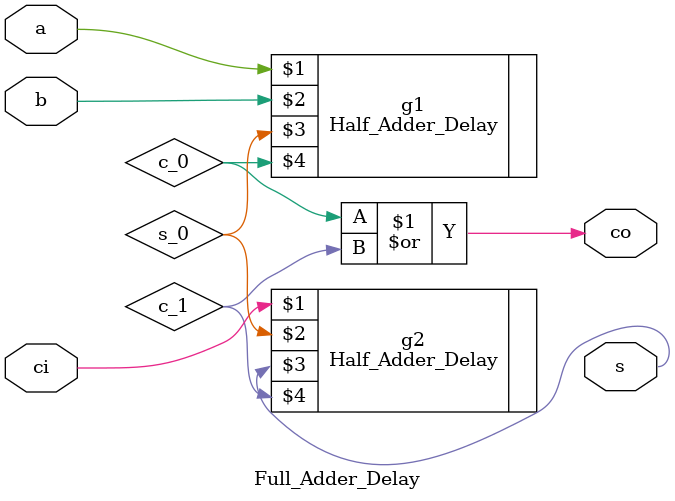
<source format=v>
/*--  *******************************************************
--  Computer Architecture Course, Laboratory Sources 
--  Amirkabir University of Technology (Tehran Polytechnic)
--  Department of Computer Engineering (CE-AUT)
--  https://ce[dot]aut[dot]ac[dot]ir
--  *******************************************************
--  All Rights reserved (C) 2019-2020
--  *******************************************************
--  Student ID  : 9831068
--  Student Name: Farshid Nooshi
--  Student Mail: farshidnooshi726@aut.ac.ir
--  *******************************************************
--  Additional Comments:
--
--*/

/*-----------------------------------------------------------
---  Module Name: Full Adder Gate Level with delay
---  Description: Lab 07 Part 1
-----------------------------------------------------------*/
`timescale 1 ns/1 ns


module Full_Adder_Delay(
		input a ,
		input b ,
		input ci ,
		output s ,
		output co
	);
	
	wire s_0,c_0,c_1;
	
	Half_Adder_Delay g1(a,b,s_0,c_0),
				  g2(ci,s_0,s,c_1);
	assign #5 co = c_0 | c_1;


endmodule

</source>
